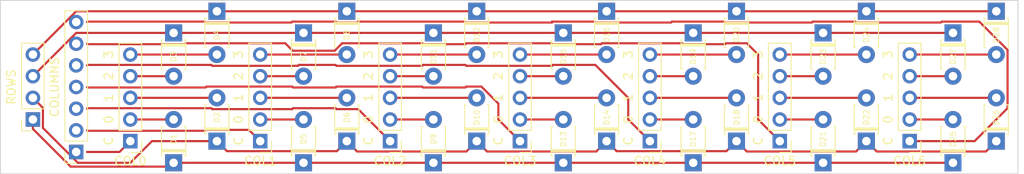
<source format=kicad_pcb>
(kicad_pcb (version 20211014) (generator pcbnew)
  (layers (0 "F.Cu" signal) (31 "B.Cu" signal) (34 "B.Paste" user) (35 "F.Paste" user) (36 "B.SilkS" user "B.Silkscreen") (37 "F.SilkS" user "F.Silkscreen") (38 "B.Mask" user) (39 "F.Mask" user) (44 "Edge.Cuts" user))
  (net 0 "")
  (net 1 "/r0")
  (net 2 "Net-(D7-Pad2)")
  (net 3 "/r1")
  (net 4 "Net-(D8-Pad2)")
  (net 5 "Net-(D9-Pad2)")
  (net 6 "Net-(D10-Pad2)")
  (net 7 "Net-(D11-Pad2)")
  (net 8 "Net-(D12-Pad2)")
  (net 9 "Net-(D14-Pad2)")
  (net 10 "/r2")
  (net 11 "Net-(D15-Pad2)")
  (net 12 "Net-(D16-Pad2)")
  (net 13 "Net-(D17-Pad2)")
  (net 14 "Net-(D18-Pad2)")
  (net 15 "Net-(D19-Pad2)")
  (net 16 "Net-(D21-Pad2)")
  (net 17 "/r3")
  (net 18 "Net-(D22-Pad2)")
  (net 19 "Net-(D23-Pad2)")
  (net 20 "Net-(D24-Pad2)")
  (net 21 "/c0")
  (net 22 "/c1")
  (net 23 "/c2")
  (net 24 "/c3")
  (net 25 "/c4")
  (net 26 "/c5")
  (net 27 "/c6")
  (net 28 "Net-(D6-Pad2)")
  (net 29 "Net-(D13-Pad2)")
  (net 30 "Net-(D20-Pad2)")
  (net 31 "Net-(D1-Pad2)")
  (net 32 "Net-(D2-Pad2)")
  (net 33 "Net-(D3-Pad2)")
  (net 34 "Net-(D4-Pad2)")
  (net 35 "Net-(D5-Pad2)")
  (net 36 "Net-(D25-Pad2)")
  (net 37 "Net-(D26-Pad2)")
  (net 38 "Net-(D27-Pad2)")
  (net 39 "Net-(D28-Pad2)")
  (footprint "Library:D_T-1_P5.08mm_Horizontal" (layer "F.Cu") (at 121.92 76.2 -90)
    (fp_text reference "D23")
    (fp_text value "D")
    (fp_text user "${REFERENCE}" (at 2.78 0 -90) (layer "F.SilkS") (effects (font (size 0.64 0.64) (thickness 0.096))))
    (pad "1" thru_hole rect (at 0 0 270) (size 2 2) (drill 1) (layers *.Cu *.Mask) (net 10 "/r2"))
    (pad "2" thru_hole oval (at 5.08 0 270) (size 2 2) (drill 1) (layers *.Cu *.Mask) (net 19 "Net-(D23-Pad2)"))
  )
  (footprint "Connector_PinHeader_2.54mm:PinHeader_1x05_P2.54mm_Vertical" (layer "F.Cu") (at 40.64 88.9 180)
    (fp_text reference "COL0" (at 0 -2.33) (layer "F.SilkS"))
    (fp_text value "COL0")
    (pad "1" thru_hole rect (at 0 0 180) (size 1.7 1.7) (drill 1) (layers *.Cu *.Mask) (net 21 "/c0"))
    (pad "2" thru_hole oval (at 0 2.54 180) (size 1.7 1.7) (drill 1) (layers *.Cu *.Mask) (net 31 "Net-(D1-Pad2)"))
    (pad "3" thru_hole oval (at 0 5.08 180) (size 1.7 1.7) (drill 1) (layers *.Cu *.Mask) (net 32 "Net-(D2-Pad2)"))
    (pad "4" thru_hole oval (at 0 7.62 180) (size 1.7 1.7) (drill 1) (layers *.Cu *.Mask) (net 33 "Net-(D3-Pad2)"))
    (pad "5" thru_hole oval (at 0 10.16 180) (size 1.7 1.7) (drill 1) (layers *.Cu *.Mask) (net 34 "Net-(D4-Pad2)"))
  )
  (footprint "Library:D_T-1_P5.08mm_Horizontal" (layer "F.Cu") (at 60.96 76.2 -90)
    (fp_text reference "D7")
    (fp_text value "D")
    (fp_text user "${REFERENCE}" (at 2.78 0 -90) (layer "F.SilkS") (effects (font (size 0.64 0.64) (thickness 0.096))))
    (pad "1" thru_hole rect (at 0 0 270) (size 2 2) (drill 1) (layers *.Cu *.Mask) (net 10 "/r2"))
    (pad "2" thru_hole oval (at 5.08 0 270) (size 2 2) (drill 1) (layers *.Cu *.Mask) (net 2 "Net-(D7-Pad2)"))
  )
  (footprint "Connector_PinHeader_2.54mm:PinHeader_1x05_P2.54mm_Vertical" (layer "F.Cu") (at 132.08 88.9 180)
    (fp_text reference "COL6" (at 0 -2.33) (layer "F.SilkS"))
    (fp_text value "COL6")
    (pad "1" thru_hole rect (at 0 0 180) (size 1.7 1.7) (drill 1) (layers *.Cu *.Mask) (net 27 "/c6"))
    (pad "2" thru_hole oval (at 0 2.54 180) (size 1.7 1.7) (drill 1) (layers *.Cu *.Mask) (net 36 "Net-(D25-Pad2)"))
    (pad "3" thru_hole oval (at 0 5.08 180) (size 1.7 1.7) (drill 1) (layers *.Cu *.Mask) (net 37 "Net-(D26-Pad2)"))
    (pad "4" thru_hole oval (at 0 7.62 180) (size 1.7 1.7) (drill 1) (layers *.Cu *.Mask) (net 38 "Net-(D27-Pad2)"))
    (pad "5" thru_hole oval (at 0 10.16 180) (size 1.7 1.7) (drill 1) (layers *.Cu *.Mask) (net 39 "Net-(D28-Pad2)"))
  )
  (footprint "Connector_PinSocket_2.54mm:PinSocket_1x07_P2.54mm_Vertical" (layer "F.Cu") (at 34.29 90.17 180)
    (fp_text reference "COLUMNS" (at 2.54 7.62 90) (layer "F.SilkS"))
    (fp_text value "COLUMNS")
    (pad "1" thru_hole rect (at 0 0 180) (size 1.7 1.7) (drill 1) (layers *.Cu *.Mask) (net 21 "/c0"))
    (pad "2" thru_hole oval (at 0 2.54 180) (size 1.7 1.7) (drill 1) (layers *.Cu *.Mask) (net 22 "/c1"))
    (pad "3" thru_hole oval (at 0 5.08 180) (size 1.7 1.7) (drill 1) (layers *.Cu *.Mask) (net 23 "/c2"))
    (pad "4" thru_hole oval (at 0 7.62 180) (size 1.7 1.7) (drill 1) (layers *.Cu *.Mask) (net 24 "/c3"))
    (pad "5" thru_hole oval (at 0 10.16 180) (size 1.7 1.7) (drill 1) (layers *.Cu *.Mask) (net 25 "/c4"))
    (pad "6" thru_hole oval (at 0 12.7 180) (size 1.7 1.7) (drill 1) (layers *.Cu *.Mask) (net 26 "/c5"))
    (pad "7" thru_hole oval (at 0 15.24 180) (size 1.7 1.7) (drill 1) (layers *.Cu *.Mask) (net 27 "/c6"))
  )
  (footprint "Library:D_T-1_P5.08mm_Horizontal" (layer "F.Cu") (at 96.52 88.9 90)
    (fp_text reference "D14")
    (fp_text value "D")
    (fp_text user "${REFERENCE}" (at 2.78 0 90) (layer "F.SilkS") (effects (font (size 0.64 0.64) (thickness 0.096))))
    (pad "1" thru_hole rect (at 0 0 90) (size 2 2) (drill 1) (layers *.Cu *.Mask) (net 3 "/r1"))
    (pad "2" thru_hole oval (at 5.08 0 90) (size 2 2) (drill 1) (layers *.Cu *.Mask) (net 9 "Net-(D14-Pad2)"))
  )
  (footprint "Connector_PinHeader_2.54mm:PinHeader_1x05_P2.54mm_Vertical" (layer "F.Cu") (at 86.36 88.9 180)
    (fp_text reference "COL3" (at 0 -2.33) (layer "F.SilkS"))
    (fp_text value "COL3")
    (pad "1" thru_hole rect (at 0 0 180) (size 1.7 1.7) (drill 1) (layers *.Cu *.Mask) (net 24 "/c3"))
    (pad "2" thru_hole oval (at 0 2.54 180) (size 1.7 1.7) (drill 1) (layers *.Cu *.Mask) (net 29 "Net-(D13-Pad2)"))
    (pad "3" thru_hole oval (at 0 5.08 180) (size 1.7 1.7) (drill 1) (layers *.Cu *.Mask) (net 9 "Net-(D14-Pad2)"))
    (pad "4" thru_hole oval (at 0 7.62 180) (size 1.7 1.7) (drill 1) (layers *.Cu *.Mask) (net 11 "Net-(D15-Pad2)"))
    (pad "5" thru_hole oval (at 0 10.16 180) (size 1.7 1.7) (drill 1) (layers *.Cu *.Mask) (net 12 "Net-(D16-Pad2)"))
  )
  (footprint "Connector_PinHeader_2.54mm:PinHeader_1x05_P2.54mm_Vertical" (layer "F.Cu") (at 71.12 88.9 180)
    (fp_text reference "COL2" (at 0 -2.33) (layer "F.SilkS"))
    (fp_text value "COL2")
    (pad "1" thru_hole rect (at 0 0 180) (size 1.7 1.7) (drill 1) (layers *.Cu *.Mask) (net 23 "/c2"))
    (pad "2" thru_hole oval (at 0 2.54 180) (size 1.7 1.7) (drill 1) (layers *.Cu *.Mask) (net 5 "Net-(D9-Pad2)"))
    (pad "3" thru_hole oval (at 0 5.08 180) (size 1.7 1.7) (drill 1) (layers *.Cu *.Mask) (net 6 "Net-(D10-Pad2)"))
    (pad "4" thru_hole oval (at 0 7.62 180) (size 1.7 1.7) (drill 1) (layers *.Cu *.Mask) (net 7 "Net-(D11-Pad2)"))
    (pad "5" thru_hole oval (at 0 10.16 180) (size 1.7 1.7) (drill 1) (layers *.Cu *.Mask) (net 8 "Net-(D12-Pad2)"))
  )
  (footprint "Library:D_T-1_P5.08mm_Horizontal" (layer "F.Cu") (at 137.16 91.44 90)
    (fp_text reference "D25")
    (fp_text value "D")
    (fp_text user "${REFERENCE}" (at 2.78 0 90) (layer "F.SilkS") (effects (font (size 0.64 0.64) (thickness 0.096))))
    (pad "1" thru_hole rect (at 0 0 90) (size 2 2) (drill 1) (layers *.Cu *.Mask) (net 1 "/r0"))
    (pad "2" thru_hole oval (at 5.08 0 90) (size 2 2) (drill 1) (layers *.Cu *.Mask) (net 36 "Net-(D25-Pad2)"))
  )
  (footprint "Library:D_T-1_P5.08mm_Horizontal" (layer "F.Cu") (at 66.04 73.66 -90)
    (fp_text reference "D8")
    (fp_text value "D")
    (fp_text user "${REFERENCE}" (at 2.78 0 -90) (layer "F.SilkS") (effects (font (size 0.64 0.64) (thickness 0.096))))
    (pad "1" thru_hole rect (at 0 0 270) (size 2 2) (drill 1) (layers *.Cu *.Mask) (net 17 "/r3"))
    (pad "2" thru_hole oval (at 5.08 0 270) (size 2 2) (drill 1) (layers *.Cu *.Mask) (net 4 "Net-(D8-Pad2)"))
  )
  (footprint "Library:D_T-1_P5.08mm_Horizontal" (layer "F.Cu") (at 91.44 91.44 90)
    (fp_text reference "D13")
    (fp_text value "D")
    (fp_text user "${REFERENCE}" (at 2.78 0 90) (layer "F.SilkS") (effects (font (size 0.64 0.64) (thickness 0.096))))
    (pad "1" thru_hole rect (at 0 0 90) (size 2 2) (drill 1) (layers *.Cu *.Mask) (net 1 "/r0"))
    (pad "2" thru_hole oval (at 5.08 0 90) (size 2 2) (drill 1) (layers *.Cu *.Mask) (net 29 "Net-(D13-Pad2)"))
  )
  (footprint "Library:D_T-1_P5.08mm_Horizontal" (layer "F.Cu") (at 50.8 88.9 90)
    (fp_text reference "D2")
    (fp_text value "D")
    (fp_text user "${REFERENCE}" (at 2.78 0 90) (layer "F.SilkS") (effects (font (size 0.64 0.64) (thickness 0.096))))
    (pad "1" thru_hole rect (at 0 0 90) (size 2 2) (drill 1) (layers *.Cu *.Mask) (net 3 "/r1"))
    (pad "2" thru_hole oval (at 5.08 0 90) (size 2 2) (drill 1) (layers *.Cu *.Mask) (net 32 "Net-(D2-Pad2)"))
  )
  (footprint "Library:D_T-1_P5.08mm_Horizontal" (layer "F.Cu") (at 96.52 73.66 -90)
    (fp_text reference "D16")
    (fp_text value "D")
    (fp_text user "${REFERENCE}" (at 2.78 0 -90) (layer "F.SilkS") (effects (font (size 0.64 0.64) (thickness 0.096))))
    (pad "1" thru_hole rect (at 0 0 270) (size 2 2) (drill 1) (layers *.Cu *.Mask) (net 17 "/r3"))
    (pad "2" thru_hole oval (at 5.08 0 270) (size 2 2) (drill 1) (layers *.Cu *.Mask) (net 12 "Net-(D16-Pad2)"))
  )
  (footprint "Library:D_T-1_P5.08mm_Horizontal" (layer "F.Cu") (at 50.8 73.66 -90)
    (fp_text reference "D4")
    (fp_text value "D")
    (fp_text user "${REFERENCE}" (at 2.78 0 -90) (layer "F.SilkS") (effects (font (size 0.64 0.64) (thickness 0.096))))
    (pad "1" thru_hole rect (at 0 0 270) (size 2 2) (drill 1) (layers *.Cu *.Mask) (net 17 "/r3"))
    (pad "2" thru_hole oval (at 5.08 0 270) (size 2 2) (drill 1) (layers *.Cu *.Mask) (net 34 "Net-(D4-Pad2)"))
  )
  (footprint "Library:D_T-1_P5.08mm_Horizontal" (layer "F.Cu") (at 127 88.9 90)
    (fp_text reference "D22")
    (fp_text value "D")
    (fp_text user "${REFERENCE}" (at 2.78 0 90) (layer "F.SilkS") (effects (font (size 0.64 0.64) (thickness 0.096))))
    (pad "1" thru_hole rect (at 0 0 90) (size 2 2) (drill 1) (layers *.Cu *.Mask) (net 3 "/r1"))
    (pad "2" thru_hole oval (at 5.08 0 90) (size 2 2) (drill 1) (layers *.Cu *.Mask) (net 18 "Net-(D22-Pad2)"))
  )
  (footprint "Library:D_T-1_P5.08mm_Horizontal" (layer "F.Cu") (at 111.76 73.66 -90)
    (fp_text reference "D20")
    (fp_text value "D")
    (fp_text user "${REFERENCE}" (at 2.78 0 -90) (layer "F.SilkS") (effects (font (size 0.64 0.64) (thickness 0.096))))
    (pad "1" thru_hole rect (at 0 0 270) (size 2 2) (drill 1) (layers *.Cu *.Mask) (net 17 "/r3"))
    (pad "2" thru_hole oval (at 5.08 0 270) (size 2 2) (drill 1) (layers *.Cu *.Mask) (net 30 "Net-(D20-Pad2)"))
  )
  (footprint "Library:D_T-1_P5.08mm_Horizontal" (layer "F.Cu") (at 45.72 76.2 -90)
    (fp_text reference "D3")
    (fp_text value "D")
    (fp_text user "${REFERENCE}" (at 2.78 0 -90) (layer "F.SilkS") (effects (font (size 0.64 0.64) (thickness 0.096))))
    (pad "1" thru_hole rect (at 0 0 270) (size 2 2) (drill 1) (layers *.Cu *.Mask) (net 10 "/r2"))
    (pad "2" thru_hole oval (at 5.08 0 270) (size 2 2) (drill 1) (layers *.Cu *.Mask) (net 33 "Net-(D3-Pad2)"))
  )
  (footprint "Library:D_T-1_P5.08mm_Horizontal" (layer "F.Cu") (at 121.92 91.44 90)
    (fp_text reference "D21")
    (fp_text value "D")
    (fp_text user "${REFERENCE}" (at 2.78 0 90) (layer "F.SilkS") (effects (font (size 0.64 0.64) (thickness 0.096))))
    (pad "1" thru_hole rect (at 0 0 90) (size 2 2) (drill 1) (layers *.Cu *.Mask) (net 1 "/r0"))
    (pad "2" thru_hole oval (at 5.08 0 90) (size 2 2) (drill 1) (layers *.Cu *.Mask) (net 16 "Net-(D21-Pad2)"))
  )
  (footprint "Library:D_T-1_P5.08mm_Horizontal" (layer "F.Cu") (at 106.68 91.44 90)
    (fp_text reference "D17")
    (fp_text value "D")
    (fp_text user "${REFERENCE}" (at 2.78 0 90) (layer "F.SilkS") (effects (font (size 0.64 0.64) (thickness 0.096))))
    (pad "1" thru_hole rect (at 0 0 90) (size 2 2) (drill 1) (layers *.Cu *.Mask) (net 1 "/r0"))
    (pad "2" thru_hole oval (at 5.08 0 90) (size 2 2) (drill 1) (layers *.Cu *.Mask) (net 13 "Net-(D17-Pad2)"))
  )
  (footprint "Library:D_T-1_P5.08mm_Horizontal" (layer "F.Cu") (at 60.96 91.44 90)
    (fp_text reference "D5")
    (fp_text value "D")
    (fp_text user "${REFERENCE}" (at 2.78 0 90) (layer "F.SilkS") (effects (font (size 0.64 0.64) (thickness 0.096))))
    (pad "1" thru_hole rect (at 0 0 90) (size 2 2) (drill 1) (layers *.Cu *.Mask) (net 1 "/r0"))
    (pad "2" thru_hole oval (at 5.08 0 90) (size 2 2) (drill 1) (layers *.Cu *.Mask) (net 35 "Net-(D5-Pad2)"))
  )
  (footprint "Library:D_T-1_P5.08mm_Horizontal" (layer "F.Cu") (at 45.72 91.44 90)
    (fp_text reference "D1")
    (fp_text value "D")
    (fp_text user "${REFERENCE}" (at 2.78 0 90) (layer "F.SilkS") (effects (font (size 0.64 0.64) (thickness 0.096))))
    (pad "1" thru_hole rect (at 0 0 90) (size 2 2) (drill 1) (layers *.Cu *.Mask) (net 1 "/r0"))
    (pad "2" thru_hole oval (at 5.08 0 90) (size 2 2) (drill 1) (layers *.Cu *.Mask) (net 31 "Net-(D1-Pad2)"))
  )
  (footprint "Library:D_T-1_P5.08mm_Horizontal" (layer "F.Cu") (at 81.28 73.66 -90)
    (fp_text reference "D12")
    (fp_text value "D")
    (fp_text user "${REFERENCE}" (at 2.78 0 -90) (layer "F.SilkS") (effects (font (size 0.64 0.64) (thickness 0.096))))
    (pad "1" thru_hole rect (at 0 0 270) (size 2 2) (drill 1) (layers *.Cu *.Mask) (net 17 "/r3"))
    (pad "2" thru_hole oval (at 5.08 0 270) (size 2 2) (drill 1) (layers *.Cu *.Mask) (net 8 "Net-(D12-Pad2)"))
  )
  (footprint "Library:D_T-1_P5.08mm_Horizontal" (layer "F.Cu") (at 106.68 76.2 -90)
    (fp_text reference "D19")
    (fp_text value "D")
    (fp_text user "${REFERENCE}" (at 2.78 0 -90) (layer "F.SilkS") (effects (font (size 0.64 0.64) (thickness 0.096))))
    (pad "1" thru_hole rect (at 0 0 270) (size 2 2) (drill 1) (layers *.Cu *.Mask) (net 10 "/r2"))
    (pad "2" thru_hole oval (at 5.08 0 270) (size 2 2) (drill 1) (layers *.Cu *.Mask) (net 15 "Net-(D19-Pad2)"))
  )
  (footprint "Library:D_T-1_P5.08mm_Horizontal" (layer "F.Cu") (at 142.24 88.9 90)
    (fp_text reference "D26")
    (fp_text value "D")
    (fp_text user "${REFERENCE}" (at 2.78 0 90) (layer "F.SilkS") (effects (font (size 0.64 0.64) (thickness 0.096))))
    (pad "1" thru_hole rect (at 0 0 90) (size 2 2) (drill 1) (layers *.Cu *.Mask) (net 3 "/r1"))
    (pad "2" thru_hole oval (at 5.08 0 90) (size 2 2) (drill 1) (layers *.Cu *.Mask) (net 37 "Net-(D26-Pad2)"))
  )
  (footprint "Connector_PinHeader_2.54mm:PinHeader_1x05_P2.54mm_Vertical" (layer "F.Cu") (at 101.6 88.9 180)
    (fp_text reference "COL4" (at 0 -2.33) (layer "F.SilkS"))
    (fp_text value "COL4")
    (pad "1" thru_hole rect (at 0 0 180) (size 1.7 1.7) (drill 1) (layers *.Cu *.Mask) (net 25 "/c4"))
    (pad "2" thru_hole oval (at 0 2.54 180) (size 1.7 1.7) (drill 1) (layers *.Cu *.Mask) (net 13 "Net-(D17-Pad2)"))
    (pad "3" thru_hole oval (at 0 5.08 180) (size 1.7 1.7) (drill 1) (layers *.Cu *.Mask) (net 14 "Net-(D18-Pad2)"))
    (pad "4" thru_hole oval (at 0 7.62 180) (size 1.7 1.7) (drill 1) (layers *.Cu *.Mask) (net 15 "Net-(D19-Pad2)"))
    (pad "5" thru_hole oval (at 0 10.16 180) (size 1.7 1.7) (drill 1) (layers *.Cu *.Mask) (net 30 "Net-(D20-Pad2)"))
  )
  (footprint "Library:D_T-1_P5.08mm_Horizontal" (layer "F.Cu") (at 137.16 76.2 -90)
    (fp_text reference "D27")
    (fp_text value "D")
    (fp_text user "${REFERENCE}" (at 2.78 0 -90) (layer "F.SilkS") (effects (font (size 0.64 0.64) (thickness 0.096))))
    (pad "1" thru_hole rect (at 0 0 270) (size 2 2) (drill 1) (layers *.Cu *.Mask) (net 10 "/r2"))
    (pad "2" thru_hole oval (at 5.08 0 270) (size 2 2) (drill 1) (layers *.Cu *.Mask) (net 38 "Net-(D27-Pad2)"))
  )
  (footprint "Library:D_T-1_P5.08mm_Horizontal" (layer "F.Cu") (at 66.04 88.9 90)
    (fp_text reference "D6")
    (fp_text value "D")
    (fp_text user "${REFERENCE}" (at 2.78 0 90) (layer "F.SilkS") (effects (font (size 0.64 0.64) (thickness 0.096))))
    (pad "1" thru_hole rect (at 0 0 90) (size 2 2) (drill 1) (layers *.Cu *.Mask) (net 3 "/r1"))
    (pad "2" thru_hole oval (at 5.08 0 90) (size 2 2) (drill 1) (layers *.Cu *.Mask) (net 28 "Net-(D6-Pad2)"))
  )
  (footprint "Library:D_T-1_P5.08mm_Horizontal" (layer "F.Cu") (at 111.76 88.9 90)
    (fp_text reference "D18")
    (fp_text value "D")
    (fp_text user "${REFERENCE}" (at 2.78 0 90) (layer "F.SilkS") (effects (font (size 0.64 0.64) (thickness 0.096))))
    (pad "1" thru_hole rect (at 0 0 90) (size 2 2) (drill 1) (layers *.Cu *.Mask) (net 3 "/r1"))
    (pad "2" thru_hole oval (at 5.08 0 90) (size 2 2) (drill 1) (layers *.Cu *.Mask) (net 14 "Net-(D18-Pad2)"))
  )
  (footprint "Library:D_T-1_P5.08mm_Horizontal" (layer "F.Cu") (at 81.28 88.9 90)
    (fp_text reference "D10")
    (fp_text value "D")
    (fp_text user "${REFERENCE}" (at 2.78 0 90) (layer "F.SilkS") (effects (font (size 0.64 0.64) (thickness 0.096))))
    (pad "1" thru_hole rect (at 0 0 90) (size 2 2) (drill 1) (layers *.Cu *.Mask) (net 3 "/r1"))
    (pad "2" thru_hole oval (at 5.08 0 90) (size 2 2) (drill 1) (layers *.Cu *.Mask) (net 6 "Net-(D10-Pad2)"))
  )
  (footprint "Connector_PinSocket_2.54mm:PinSocket_1x04_P2.54mm_Vertical" (layer "F.Cu") (at 29.21 86.36 180)
    (fp_text reference "ROWS" (at 2.54 3.81 90) (layer "F.SilkS"))
    (fp_text value "ROWS")
    (pad "1" thru_hole rect (at 0 0 180) (size 1.7 1.7) (drill 1) (layers *.Cu *.Mask) (net 1 "/r0"))
    (pad "2" thru_hole oval (at 0 2.54 180) (size 1.7 1.7) (drill 1) (layers *.Cu *.Mask) (net 3 "/r1"))
    (pad "3" thru_hole oval (at 0 5.08 180) (size 1.7 1.7) (drill 1) (layers *.Cu *.Mask) (net 10 "/r2"))
    (pad "4" thru_hole oval (at 0 7.62 180) (size 1.7 1.7) (drill 1) (layers *.Cu *.Mask) (net 17 "/r3"))
  )
  (footprint "Library:D_T-1_P5.08mm_Horizontal" (layer "F.Cu") (at 127 73.66 -90)
    (fp_text reference "D24")
    (fp_text value "D")
    (fp_text user "${REFERENCE}" (at 2.78 0 -90) (layer "F.SilkS") (effects (font (size 0.64 0.64) (thickness 0.096))))
    (pad "1" thru_hole rect (at 0 0 270) (size 2 2) (drill 1) (layers *.Cu *.Mask) (net 17 "/r3"))
    (pad "2" thru_hole oval (at 5.08 0 270) (size 2 2) (drill 1) (layers *.Cu *.Mask) (net 20 "Net-(D24-Pad2)"))
  )
  (footprint "Library:D_T-1_P5.08mm_Horizontal" (layer "F.Cu") (at 91.44 76.2 -90)
    (fp_text reference "D15")
    (fp_text value "D")
    (fp_text user "${REFERENCE}" (at 2.78 0 -90) (layer "F.SilkS") (effects (font (size 0.64 0.64) (thickness 0.096))))
    (pad "1" thru_hole rect (at 0 0 270) (size 2 2) (drill 1) (layers *.Cu *.Mask) (net 10 "/r2"))
    (pad "2" thru_hole oval (at 5.08 0 270) (size 2 2) (drill 1) (layers *.Cu *.Mask) (net 11 "Net-(D15-Pad2)"))
  )
  (footprint "Library:D_T-1_P5.08mm_Horizontal" (layer "F.Cu") (at 142.24 73.66 -90)
    (fp_text reference "D28")
    (fp_text value "D")
    (fp_text user "${REFERENCE}" (at 2.78 0 -90) (layer "F.SilkS") (effects (font (size 0.64 0.64) (thickness 0.096))))
    (pad "1" thru_hole rect (at 0 0 270) (size 2 2) (drill 1) (layers *.Cu *.Mask) (net 17 "/r3"))
    (pad "2" thru_hole oval (at 5.08 0 270) (size 2 2) (drill 1) (layers *.Cu *.Mask) (net 39 "Net-(D28-Pad2)"))
  )
  (footprint "Connector_PinHeader_2.54mm:PinHeader_1x05_P2.54mm_Vertical" (layer "F.Cu") (at 55.88 88.9 180)
    (fp_text reference "COL1" (at 0 -2.33) (layer "F.SilkS"))
    (fp_text value "COL1")
    (pad "1" thru_hole rect (at 0 0 180) (size 1.7 1.7) (drill 1) (layers *.Cu *.Mask) (net 22 "/c1"))
    (pad "2" thru_hole oval (at 0 2.54 180) (size 1.7 1.7) (drill 1) (layers *.Cu *.Mask) (net 35 "Net-(D5-Pad2)"))
    (pad "3" thru_hole oval (at 0 5.08 180) (size 1.7 1.7) (drill 1) (layers *.Cu *.Mask) (net 28 "Net-(D6-Pad2)"))
    (pad "4" thru_hole oval (at 0 7.62 180) (size 1.7 1.7) (drill 1) (layers *.Cu *.Mask) (net 2 "Net-(D7-Pad2)"))
    (pad "5" thru_hole oval (at 0 10.16 180) (size 1.7 1.7) (drill 1) (layers *.Cu *.Mask) (net 4 "Net-(D8-Pad2)"))
  )
  (footprint "Connector_PinHeader_2.54mm:PinHeader_1x05_P2.54mm_Vertical" (layer "F.Cu") (at 116.84 88.9 180)
    (fp_text reference "COL5" (at 0 -2.33) (layer "F.SilkS"))
    (fp_text value "COL5")
    (pad "1" thru_hole rect (at 0 0 180) (size 1.7 1.7) (drill 1) (layers *.Cu *.Mask) (net 26 "/c5"))
    (pad "2" thru_hole oval (at 0 2.54 180) (size 1.7 1.7) (drill 1) (layers *.Cu *.Mask) (net 16 "Net-(D21-Pad2)"))
    (pad "3" thru_hole oval (at 0 5.08 180) (size 1.7 1.7) (drill 1) (layers *.Cu *.Mask) (net 18 "Net-(D22-Pad2)"))
    (pad "4" thru_hole oval (at 0 7.62 180) (size 1.7 1.7) (drill 1) (layers *.Cu *.Mask) (net 19 "Net-(D23-Pad2)"))
    (pad "5" thru_hole oval (at 0 10.16 180) (size 1.7 1.7) (drill 1) (layers *.Cu *.Mask) (net 20 "Net-(D24-Pad2)"))
  )
  (footprint "Library:D_T-1_P5.08mm_Horizontal" (layer "F.Cu") (at 76.2 91.44 90)
    (fp_text reference "D9")
    (fp_text value "D")
    (fp_text user "${REFERENCE}" (at 2.78 0 90) (layer "F.SilkS") (effects (font (size 0.64 0.64) (thickness 0.096))))
    (pad "1" thru_hole rect (at 0 0 90) (size 2 2) (drill 1) (layers *.Cu *.Mask) (net 1 "/r0"))
    (pad "2" thru_hole oval (at 5.08 0 90) (size 2 2) (drill 1) (layers *.Cu *.Mask) (net 5 "Net-(D9-Pad2)"))
  )
  (footprint "Library:D_T-1_P5.08mm_Horizontal" (layer "F.Cu") (at 76.2 76.2 -90)
    (fp_text reference "D11")
    (fp_text value "D")
    (fp_text user "${REFERENCE}" (at 2.78 0 -90) (layer "F.SilkS") (effects (font (size 0.64 0.64) (thickness 0.096))))
    (pad "1" thru_hole rect (at 0 0 270) (size 2 2) (drill 1) (layers *.Cu *.Mask) (net 10 "/r2"))
    (pad "2" thru_hole oval (at 5.08 0 270) (size 2 2) (drill 1) (layers *.Cu *.Mask) (net 7 "Net-(D11-Pad2)"))
  )
  (gr_line (start 25.4 72.39) (end 25.4 92.71) (layer "Edge.Cuts") (width 0.1))
  (gr_line (start 144.78 92.71) (end 25.4 92.71) (layer "Edge.Cuts") (width 0.1))
  (gr_line (start 25.4 72.39) (end 144.78 72.39) (layer "Edge.Cuts") (width 0.1))
  (gr_line (start 144.78 92.71) (end 144.78 72.39) (layer "Edge.Cuts") (width 0.1))
  (gr_text "3" (at 129.54 78.74 90) (layer "F.SilkS") (effects (font (size 1 1))))
  (gr_text "1" (at 38.1 83.82 90) (layer "F.SilkS") (effects (font (size 1 1))))
  (gr_text "2" (at 53.34 81.28 90) (layer "F.SilkS") (effects (font (size 1 1))))
  (gr_text "0" (at 38.1 86.36 90) (layer "F.SilkS") (effects (font (size 1 1))))
  (gr_text "C" (at 83.82 88.9 90) (layer "F.SilkS") (effects (font (size 1 1))))
  (gr_text "0" (at 114.3 86.36 90) (layer "F.SilkS") (effects (font (size 1 1))))
  (gr_text "2" (at 68.58 81.28 90) (layer "F.SilkS") (effects (font (size 1 1))))
  (gr_text "C" (at 53.34 88.9 90) (layer "F.SilkS") (effects (font (size 1 1))))
  (gr_text "2" (at 129.54 81.28 90) (layer "F.SilkS") (effects (font (size 1 1))))
  (gr_text "1" (at 129.54 83.82 90) (layer "F.SilkS") (effects (font (size 1 1))))
  (gr_text "3" (at 99.06 78.74 90) (layer "F.SilkS") (effects (font (size 1 1))))
  (gr_text "C" (at 114.3 88.9 90) (layer "F.SilkS") (effects (font (size 1 1))))
  (gr_text "3" (at 53.34 78.74 90) (layer "F.SilkS") (effects (font (size 1 1))))
  (gr_text "3" (at 114.3 78.74 90) (layer "F.SilkS") (effects (font (size 1 1))))
  (gr_text "C" (at 38.1 88.9 90) (layer "F.SilkS") (effects (font (size 1 1))))
  (gr_text "2" (at 114.3 81.28 90) (layer "F.SilkS") (effects (font (size 1 1))))
  (gr_text "0" (at 68.58 86.36 90) (layer "F.SilkS") (effects (font (size 1 1))))
  (gr_text "1" (at 68.58 83.82 90) (layer "F.SilkS") (effects (font (size 1 1))))
  (gr_text "C" (at 99.06 88.9 90) (layer "F.SilkS") (effects (font (size 1 1))))
  (gr_text "2" (at 38.1 81.28 90) (layer "F.SilkS") (effects (font (size 1 1))))
  (gr_text "C" (at 68.58 88.9 90) (layer "F.SilkS") (effects (font (size 1 1))))
  (gr_text "0" (at 99.06 86.36 90) (layer "F.SilkS") (effects (font (size 1 1))))
  (gr_text "1" (at 53.34 83.82 90) (layer "F.SilkS") (effects (font (size 1 1))))
  (gr_text "1" (at 83.82 83.82 90) (layer "F.SilkS") (effects (font (size 1 1))))
  (gr_text "0" (at 83.82 86.36 90) (layer "F.SilkS") (effects (font (size 1 1))))
  (gr_text "1" (at 99.06 83.82 90) (layer "F.SilkS") (effects (font (size 1 1))))
  (gr_text "2" (at 83.82 81.28 90) (layer "F.SilkS") (effects (font (size 1 1))))
  (gr_text "3" (at 38.1 78.74 90) (layer "F.SilkS") (effects (font (size 1 1))))
  (gr_text "0" (at 53.34 86.36 90) (layer "F.SilkS") (effects (font (size 1 1))))
  (gr_text "C" (at 129.54 88.9 90) (layer "F.SilkS") (effects (font (size 1 1))))
  (gr_text "1" (at 114.3 83.82 90) (layer "F.SilkS") (effects (font (size 1 1))))
  (gr_text "3" (at 68.58 78.74 90) (layer "F.SilkS") (effects (font (size 1 1))))
  (gr_text "3" (at 83.82 78.74 90) (layer "F.SilkS") (effects (font (size 1 1))))
  (gr_text "0" (at 129.54 86.36 90) (layer "F.SilkS") (effects (font (size 1 1))))
  (gr_text "2" (at 99.06 81.28 90) (layer "F.SilkS") (effects (font (size 1 1))))
  (segment (start 33.63952 91.88952) (end 45.27048 91.88952) (width 0.25) (layer "F.Cu") (net 1))
  (segment (start 45.27048 91.88952) (end 45.72 91.44) (width 0.25) (layer "F.Cu") (net 1))
  (segment (start 45.72 91.44) (end 137.16 91.44) (width 0.25) (layer "F.Cu") (net 1))
  (segment (start 29.21 87.46) (end 33.63952 91.88952) (width 0.25) (layer "F.Cu") (net 1))
  (segment (start 29.21 86.36) (end 29.21 87.46) (width 0.25) (layer "F.Cu") (net 1))
  (segment (start 55.88 81.28) (end 60.96 81.28) (width 0.25) (layer "F.Cu") (net 2))
  (segment (start 96.52 88.9) (end 97.694511 90.074511) (width 0.25) (layer "F.Cu") (net 3))
  (segment (start 97.694511 90.074511) (end 110.585489 90.074511) (width 0.25) (layer "F.Cu") (net 3))
  (segment (start 67.255489 90.115489) (end 80.064511 90.115489) (width 0.25) (layer "F.Cu") (net 3))
  (segment (start 141.024511 90.115489) (end 142.24 88.9) (width 0.25) (layer "F.Cu") (net 3))
  (segment (start 30.384511 84.994511) (end 29.21 83.82) (width 0.25) (layer "F.Cu") (net 3))
  (segment (start 50.8 88.9) (end 51.974511 90.074511) (width 0.25) (layer "F.Cu") (net 3))
  (segment (start 51.974511 90.074511) (end 64.865489 90.074511) (width 0.25) (layer "F.Cu") (net 3))
  (segment (start 80.064511 90.115489) (end 81.28 88.9) (width 0.25) (layer "F.Cu") (net 3))
  (segment (start 30.384511 87.343533) (end 30.384511 84.994511) (width 0.25) (layer "F.Cu") (net 3))
  (segment (start 95.304511 90.115489) (end 96.52 88.9) (width 0.25) (layer "F.Cu") (net 3))
  (segment (start 43.18 88.9) (end 40.64 91.44) (width 0.25) (layer "F.Cu") (net 3))
  (segment (start 64.865489 90.074511) (end 66.04 88.9) (width 0.25) (layer "F.Cu") (net 3))
  (segment (start 40.64 91.44) (end 34.480978 91.44) (width 0.25) (layer "F.Cu") (net 3))
  (segment (start 128.215489 90.115489) (end 141.024511 90.115489) (width 0.25) (layer "F.Cu") (net 3))
  (segment (start 111.76 88.9) (end 112.975489 90.115489) (width 0.25) (layer "F.Cu") (net 3))
  (segment (start 82.495489 90.115489) (end 95.304511 90.115489) (width 0.25) (layer "F.Cu") (net 3))
  (segment (start 34.480978 91.44) (end 30.384511 87.343533) (width 0.25) (layer "F.Cu") (net 3))
  (segment (start 127 88.9) (end 128.215489 90.115489) (width 0.25) (layer "F.Cu") (net 3))
  (segment (start 81.28 88.9) (end 82.495489 90.115489) (width 0.25) (layer "F.Cu") (net 3))
  (segment (start 125.784511 90.115489) (end 127 88.9) (width 0.25) (layer "F.Cu") (net 3))
  (segment (start 50.8 88.9) (end 43.18 88.9) (width 0.25) (layer "F.Cu") (net 3))
  (segment (start 112.975489 90.115489) (end 125.784511 90.115489) (width 0.25) (layer "F.Cu") (net 3))
  (segment (start 110.585489 90.074511) (end 111.76 88.9) (width 0.25) (layer "F.Cu") (net 3))
  (segment (start 66.04 88.9) (end 67.255489 90.115489) (width 0.25) (layer "F.Cu") (net 3))
  (segment (start 66.04 78.74) (end 55.88 78.74) (width 0.25) (layer "F.Cu") (net 4))
  (segment (start 71.12 86.36) (end 76.2 86.36) (width 0.25) (layer "F.Cu") (net 5))
  (segment (start 71.12 83.82) (end 81.28 83.82) (width 0.25) (layer "F.Cu") (net 6))
  (segment (start 71.12 81.28) (end 76.2 81.28) (width 0.25) (layer "F.Cu") (net 7))
  (segment (start 71.12 78.74) (end 81.28 78.74) (width 0.25) (layer "F.Cu") (net 8))
  (segment (start 86.36 83.82) (end 96.52 83.82) (width 0.25) (layer "F.Cu") (net 9))
  (segment (start 45.72 76.2) (end 34.29 76.2) (width 0.25) (layer "F.Cu") (net 10))
  (segment (start 34.29 76.2) (end 29.21 81.28) (width 0.25) (layer "F.Cu") (net 10))
  (segment (start 45.72 76.2) (end 137.16 76.2) (width 0.25) (layer "F.Cu") (net 10))
  (segment (start 91.44 81.28) (end 86.36 81.28) (width 0.25) (layer "F.Cu") (net 11))
  (segment (start 86.36 78.74) (end 96.52 78.74) (width 0.25) (layer "F.Cu") (net 12))
  (segment (start 101.6 86.36) (end 106.68 86.36) (width 0.25) (layer "F.Cu") (net 13))
  (segment (start 101.6 83.82) (end 111.76 83.82) (width 0.25) (layer "F.Cu") (net 14))
  (segment (start 101.6 81.28) (end 106.68 81.28) (width 0.25) (layer "F.Cu") (net 15))
  (segment (start 116.84 86.36) (end 121.92 86.36) (width 0.25) (layer "F.Cu") (net 16))
  (segment (start 142.24 73.66) (end 50.8 73.66) (width 0.25) (layer "F.Cu") (net 17))
  (segment (start 34.29 73.66) (end 29.21 78.74) (width 0.25) (layer "F.Cu") (net 17))
  (segment (start 50.8 73.66) (end 34.29 73.66) (width 0.25) (layer "F.Cu") (net 17))
  (segment (start 116.84 83.82) (end 127 83.82) (width 0.25) (layer "F.Cu") (net 18))
  (segment (start 116.84 81.28) (end 121.92 81.28) (width 0.25) (layer "F.Cu") (net 19))
  (segment (start 116.84 78.74) (end 127 78.74) (width 0.25) (layer "F.Cu") (net 20))
  (segment (start 35.56 90.17) (end 39.37 90.17) (width 0.25) (layer "F.Cu") (net 21))
  (segment (start 39.37 90.17) (end 40.64 88.9) (width 0.25) (layer "F.Cu") (net 21))
  (segment (start 49.366467 87.684511) (end 49.475489 87.575489) (width 0.25) (layer "F.Cu") (net 22))
  (segment (start 35.56 87.63) (end 35.614511 87.684511) (width 0.25) (layer "F.Cu") (net 22))
  (segment (start 49.475489 87.575489) (end 54.555489 87.575489) (width 0.25) (layer "F.Cu") (net 22))
  (segment (start 54.555489 87.575489) (end 55.88 88.9) (width 0.25) (layer "F.Cu") (net 22))
  (segment (start 35.614511 87.684511) (end 49.366467 87.684511) (width 0.25) (layer "F.Cu") (net 22))
  (segment (start 64.824511 85.144511) (end 67.364511 85.144511) (width 0.25) (layer "F.Cu") (net 23))
  (segment (start 59.635489 85.144511) (end 59.744511 85.035489) (width 0.25) (layer "F.Cu") (net 23))
  (segment (start 35.56 85.09) (end 35.614511 85.035489) (width 0.25) (layer "F.Cu") (net 23))
  (segment (start 67.364511 85.144511) (end 71.12 88.9) (width 0.25) (layer "F.Cu") (net 23))
  (segment (start 50.251368 85.144511) (end 59.635489 85.144511) (width 0.25) (layer "F.Cu") (net 23))
  (segment (start 64.715489 85.035489) (end 64.824511 85.144511) (width 0.25) (layer "F.Cu") (net 23))
  (segment (start 59.744511 85.035489) (end 64.715489 85.035489) (width 0.25) (layer "F.Cu") (net 23))
  (segment (start 50.142346 85.035489) (end 50.251368 85.144511) (width 0.25) (layer "F.Cu") (net 23))
  (segment (start 35.614511 85.035489) (end 50.142346 85.035489) (width 0.25) (layer "F.Cu") (net 23))
  (segment (start 74.875489 82.495489) (end 74.984511 82.604511) (width 0.25) (layer "F.Cu") (net 24))
  (segment (start 74.984511 82.604511) (end 79.955489 82.604511) (width 0.25) (layer "F.Cu") (net 24))
  (segment (start 64.824511 82.495489) (end 74.875489 82.495489) (width 0.25) (layer "F.Cu") (net 24))
  (segment (start 80.064511 82.495489) (end 81.828632 82.495489) (width 0.25) (layer "F.Cu") (net 24))
  (segment (start 59.635489 82.495489) (end 59.744511 82.604511) (width 0.25) (layer "F.Cu") (net 24))
  (segment (start 79.955489 82.604511) (end 80.064511 82.495489) (width 0.25) (layer "F.Cu") (net 24))
  (segment (start 35.614511 82.604511) (end 49.475489 82.604511) (width 0.25) (layer "F.Cu") (net 24))
  (segment (start 49.475489 82.604511) (end 49.584511 82.495489) (width 0.25) (layer "F.Cu") (net 24))
  (segment (start 83.82 84.486857) (end 83.82 86.36) (width 0.25) (layer "F.Cu") (net 24))
  (segment (start 49.584511 82.495489) (end 59.635489 82.495489) (width 0.25) (layer "F.Cu") (net 24))
  (segment (start 64.715489 82.604511) (end 64.824511 82.495489) (width 0.25) (layer "F.Cu") (net 24))
  (segment (start 35.56 82.55) (end 35.614511 82.604511) (width 0.25) (layer "F.Cu") (net 24))
  (segment (start 59.744511 82.604511) (end 64.715489 82.604511) (width 0.25) (layer "F.Cu") (net 24))
  (segment (start 81.828632 82.495489) (end 83.82 84.486857) (width 0.25) (layer "F.Cu") (net 24))
  (segment (start 83.82 86.36) (end 86.36 88.9) (width 0.25) (layer "F.Cu") (net 24))
  (segment (start 95.195489 79.955489) (end 99.06 83.82) (width 0.25) (layer "F.Cu") (net 25))
  (segment (start 64.824511 80.064511) (end 74.875489 80.064511) (width 0.25) (layer "F.Cu") (net 25))
  (segment (start 99.06 86.36) (end 101.6 88.9) (width 0.25) (layer "F.Cu") (net 25))
  (segment (start 74.875489 80.064511) (end 74.984511 79.955489) (width 0.25) (layer "F.Cu") (net 25))
  (segment (start 60.302346 80.064511) (end 60.411368 79.955489) (width 0.25) (layer "F.Cu") (net 25))
  (segment (start 60.411368 79.955489) (end 64.715489 79.955489) (width 0.25) (layer "F.Cu") (net 25))
  (segment (start 79.955489 79.955489) (end 80.064511 80.064511) (width 0.25) (layer "F.Cu") (net 25))
  (segment (start 35.614511 79.955489) (end 50.142346 79.955489) (width 0.25) (layer "F.Cu") (net 25))
  (segment (start 90.115489 80.064511) (end 90.224511 79.955489) (width 0.25) (layer "F.Cu") (net 25))
  (segment (start 50.142346 79.955489) (end 50.251368 80.064511) (width 0.25) (layer "F.Cu") (net 25))
  (segment (start 80.064511 80.064511) (end 90.115489 80.064511) (width 0.25) (layer "F.Cu") (net 25))
  (segment (start 74.984511 79.955489) (end 79.955489 79.955489) (width 0.25) (layer "F.Cu") (net 25))
  (segment (start 90.224511 79.955489) (end 95.195489 79.955489) (width 0.25) (layer "F.Cu") (net 25))
  (segment (start 64.715489 79.955489) (end 64.824511 80.064511) (width 0.25) (layer "F.Cu") (net 25))
  (segment (start 99.06 83.82) (end 99.06 86.36) (width 0.25) (layer "F.Cu") (net 25))
  (segment (start 50.251368 80.064511) (end 60.302346 80.064511) (width 0.25) (layer "F.Cu") (net 25))
  (segment (start 35.56 80.01) (end 35.614511 79.955489) (width 0.25) (layer "F.Cu") (net 25))
  (segment (start 95.971368 77.415489) (end 105.355489 77.415489) (width 0.25) (layer "F.Cu") (net 26))
  (segment (start 114.3 86.36) (end 116.84 88.9) (width 0.25) (layer "F.Cu") (net 26))
  (segment (start 47.153533 77.415489) (end 58.815009 77.415489) (width 0.25) (layer "F.Cu") (net 26))
  (segment (start 74.984511 77.524511) (end 79.955489 77.524511) (width 0.25) (layer "F.Cu") (net 26))
  (segment (start 35.614511 77.524511) (end 47.044511 77.524511) (width 0.25) (layer "F.Cu") (net 26))
  (segment (start 79.955489 77.524511) (end 80.064511 77.415489) (width 0.25) (layer "F.Cu") (net 26))
  (segment (start 110.435489 77.524511) (end 110.544511 77.415489) (width 0.25) (layer "F.Cu") (net 26))
  (segment (start 110.544511 77.415489) (end 112.975489 77.415489) (width 0.25) (layer "F.Cu") (net 26))
  (segment (start 59.69 78.29048) (end 64.616377 78.29048) (width 0.25) (layer "F.Cu") (net 26))
  (segment (start 35.56 77.47) (end 35.614511 77.524511) (width 0.25) (layer "F.Cu") (net 26))
  (segment (start 80.064511 77.415489) (end 90.006467 77.415489) (width 0.25) (layer "F.Cu") (net 26))
  (segment (start 105.355489 77.415489) (end 105.464511 77.524511) (width 0.25) (layer "F.Cu") (net 26))
  (segment (start 105.464511 77.524511) (end 110.435489 77.524511) (width 0.25) (layer "F.Cu") (net 26))
  (segment (start 114.3 78.74) (end 114.3 86.36) (width 0.25) (layer "F.Cu") (net 26))
  (segment (start 47.044511 77.524511) (end 47.153533 77.415489) (width 0.25) (layer "F.Cu") (net 26))
  (segment (start 90.115489 77.524511) (end 95.862346 77.524511) (width 0.25) (layer "F.Cu") (net 26))
  (segment (start 74.875489 77.415489) (end 74.984511 77.524511) (width 0.25) (layer "F.Cu") (net 26))
  (segment (start 58.815009 77.415489) (end 59.69 78.29048) (width 0.25) (layer "F.Cu") (net 26))
  (segment (start 90.006467 77.415489) (end 90.115489 77.524511) (width 0.25) (layer "F.Cu") (net 26))
  (segment (start 64.616377 78.29048) (end 65.491368 77.415489) (width 0.25) (layer "F.Cu") (net 26))
  (segment (start 95.862346 77.524511) (end 95.971368 77.415489) (width 0.25) (layer "F.Cu") (net 26))
  (segment (start 65.491368 77.415489) (end 74.875489 77.415489) (width 0.25) (layer "F.Cu") (net 26))
  (segment (start 112.975489 77.415489) (end 114.3 78.74) (width 0.25) (layer "F.Cu") (net 26))
  (segment (start 104.085489 74.984511) (end 104.194511 74.875489) (width 0.25) (layer "F.Cu") (net 27))
  (segment (start 110.326467 74.875489) (end 110.435489 74.984511) (width 0.25) (layer "F.Cu") (net 27))
  (segment (start 49.366467 74.875489) (end 49.475489 74.984511) (width 0.25) (layer "F.Cu") (net 27))
  (segment (start 79.846467 74.875489) (end 79.955489 74.984511) (width 0.25) (layer "F.Cu") (net 27))
  (segment (start 143.564511 78.191368) (end 143.564511 85.035489) (width 0.25) (layer "F.Cu") (net 27))
  (segment (start 64.715489 74.875489) (end 64.824511 74.984511) (width 0.25) (layer "F.Cu") (net 27))
  (segment (start 59.635489 74.875489) (end 64.715489 74.875489) (width 0.25) (layer "F.Cu") (net 27))
  (segment (start 95.195489 74.984511) (end 104.085489 74.984511) (width 0.25) (layer "F.Cu") (net 27))
  (segment (start 49.475489 74.984511) (end 59.526467 74.984511) (width 0.25) (layer "F.Cu") (net 27))
  (segment (start 35.614511 74.875489) (end 49.366467 74.875489) (width 0.25) (layer "F.Cu") (net 27))
  (segment (start 59.526467 74.984511) (end 59.635489 74.875489) (width 0.25) (layer "F.Cu") (net 27))
  (segment (start 110.435489 74.984511) (end 120.595489 74.984511) (width 0.25) (layer "F.Cu") (net 27))
  (segment (start 67.255489 74.984511) (end 67.364511 74.875489) (width 0.25) (layer "F.Cu") (net 27))
  (segment (start 120.704511 74.875489) (end 125.675489 74.875489) (width 0.25) (layer "F.Cu") (net 27))
  (segment (start 95.086467 74.875489) (end 95.195489 74.984511) (width 0.25) (layer "F.Cu") (net 27))
  (segment (start 140.248632 74.875489) (end 143.564511 78.191368) (width 0.25) (layer "F.Cu") (net 27))
  (segment (start 35.56 74.93) (end 35.614511 74.875489) (width 0.25) (layer "F.Cu") (net 27))
  (segment (start 67.364511 74.875489) (end 79.846467 74.875489) (width 0.25) (layer "F.Cu") (net 27))
  (segment (start 135.726467 74.984511) (end 135.835489 74.875489) (width 0.25) (layer "F.Cu") (net 27))
  (segment (start 64.824511 74.984511) (end 67.255489 74.984511) (width 0.25) (layer "F.Cu") (net 27))
  (segment (start 125.675489 74.875489) (end 125.675489 74.984511) (width 0.25) (layer "F.Cu") (net 27))
  (segment (start 135.835489 74.875489) (end 140.248632 74.875489) (width 0.25) (layer "F.Cu") (net 27))
  (segment (start 90.115489 74.875489) (end 95.086467 74.875489) (width 0.25) (layer "F.Cu") (net 27))
  (segment (start 90.115489 74.984511) (end 90.115489 74.875489) (width 0.25) (layer "F.Cu") (net 27))
  (segment (start 79.955489 74.984511) (end 90.115489 74.984511) (width 0.25) (layer "F.Cu") (net 27))
  (segment (start 143.564511 85.035489) (end 139.7 88.9) (width 0.25) (layer "F.Cu") (net 27))
  (segment (start 120.595489 74.984511) (end 120.704511 74.875489) (width 0.25) (layer "F.Cu") (net 27))
  (segment (start 139.7 88.9) (end 132.08 88.9) (width 0.25) (layer "F.Cu") (net 27))
  (segment (start 125.675489 74.984511) (end 135.726467 74.984511) (width 0.25) (layer "F.Cu") (net 27))
  (segment (start 104.194511 74.875489) (end 110.326467 74.875489) (width 0.25) (layer "F.Cu") (net 27))
  (segment (start 55.88 83.82) (end 66.04 83.82) (width 0.25) (layer "F.Cu") (net 28))
  (segment (start 86.36 86.36) (end 91.44 86.36) (width 0.25) (layer "F.Cu") (net 29))
  (segment (start 111.76 78.74) (end 101.6 78.74) (width 0.25) (layer "F.Cu") (net 30))
  (segment (start 40.64 86.36) (end 45.72 86.36) (width 0.25) (layer "F.Cu") (net 31))
  (segment (start 40.64 83.82) (end 50.8 83.82) (width 0.25) (layer "F.Cu") (net 32))
  (segment (start 40.64 81.28) (end 45.72 81.28) (width 0.25) (layer "F.Cu") (net 33))
  (segment (start 40.64 78.74) (end 50.8 78.74) (width 0.25) (layer "F.Cu") (net 34))
  (segment (start 55.88 86.36) (end 60.96 86.36) (width 0.25) (layer "F.Cu") (net 35))
  (segment (start 132.08 86.36) (end 137.16 86.36) (width 0.25) (layer "F.Cu") (net 36))
  (segment (start 132.08 83.82) (end 142.24 83.82) (width 0.25) (layer "F.Cu") (net 37))
  (segment (start 132.08 81.28) (end 137.16 81.28) (width 0.25) (layer "F.Cu") (net 38))
  (segment (start 132.08 78.74) (end 142.24 78.74) (width 0.25) (layer "F.Cu") (net 39))
)
</source>
